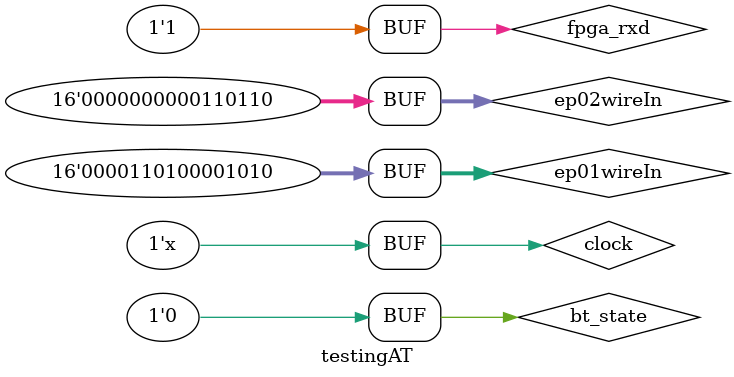
<source format=v>
`timescale 1us / 1ps


module testingAT;

	// Inputs
	reg clock;
	reg bt_state;
	reg fpga_rxd;
	reg [15:0] ep01wireIn;
	reg [15:0] ep02wireIn;

	// Outputs
	wire bt_enable;
	wire fpga_txd;
	wire [15:0] ep20wireOut;
	wire [15:0] ep21wireOut;
	wire [15:0] ep22wireOut;
	wire [15:0] ep23wireOut;
	wire [15:0] ep24wireOut;
	wire [15:0] ep25wireOut;
	wire [15:0] ep26wireOut;
	wire [15:0] ep27wireOut;
	wire [15:0] ep28wireOut;
	wire [15:0] ep29wireOut;
	wire [15:0] ep30wireOut;

	// Instantiate the Unit Under Test (UUT)
	FPGA_Bluetooth_connection uut (
		.clock(clock), 
		.bt_state(bt_state), 
		.bt_enable(bt_enable), 
		.fpga_txd(fpga_txd), 
		.fpga_rxd(fpga_rxd), 
		.ep01wireIn(ep01wireIn), 
		.ep02wireIn(ep02wireIn),
		.ep20wireOut(ep20wireOut), 
		.ep21wireOut(ep21wireOut),
		.ep22wireOut(ep22wireOut),
		.ep23wireOut(ep23wireOut),
		.ep24wireOut(ep24wireOut), 
		.ep25wireOut(ep25wireOut),
		.ep26wireOut(ep26wireOut),
		.ep27wireOut(ep27wireOut),
		.ep28wireOut(ep28wireOut),
		.ep29wireOut(ep29wireOut),
		.ep30wireOut(ep30wireOut)
	);
	
	always begin
		#1 clock = !clock;
	end

	initial begin
		// Initialize Inputs
		clock = 0;
		bt_state = 0;
		fpga_rxd = 1;
		ep01wireIn = 0;
		ep02wireIn = 0;

		// Wait 100 us for global reset to finish
		#100;
        
		// Add stimulus here
		#0 ep02wireIn = 16'h0001;
		
		#50 ep02wireIn = 16'h0006;
		
		#100 ep01wireIn = "AT";
		#100 ep02wireIn = 16'h000E;
		
		#150 ep02wireIn = 16'h0016;
		
		#200 ep01wireIn = "\r\n";
		#200 ep02wireIn = 16'h000E;
		
		#275 ep02wireIn = 16'h0036;
	end
	
endmodule


</source>
